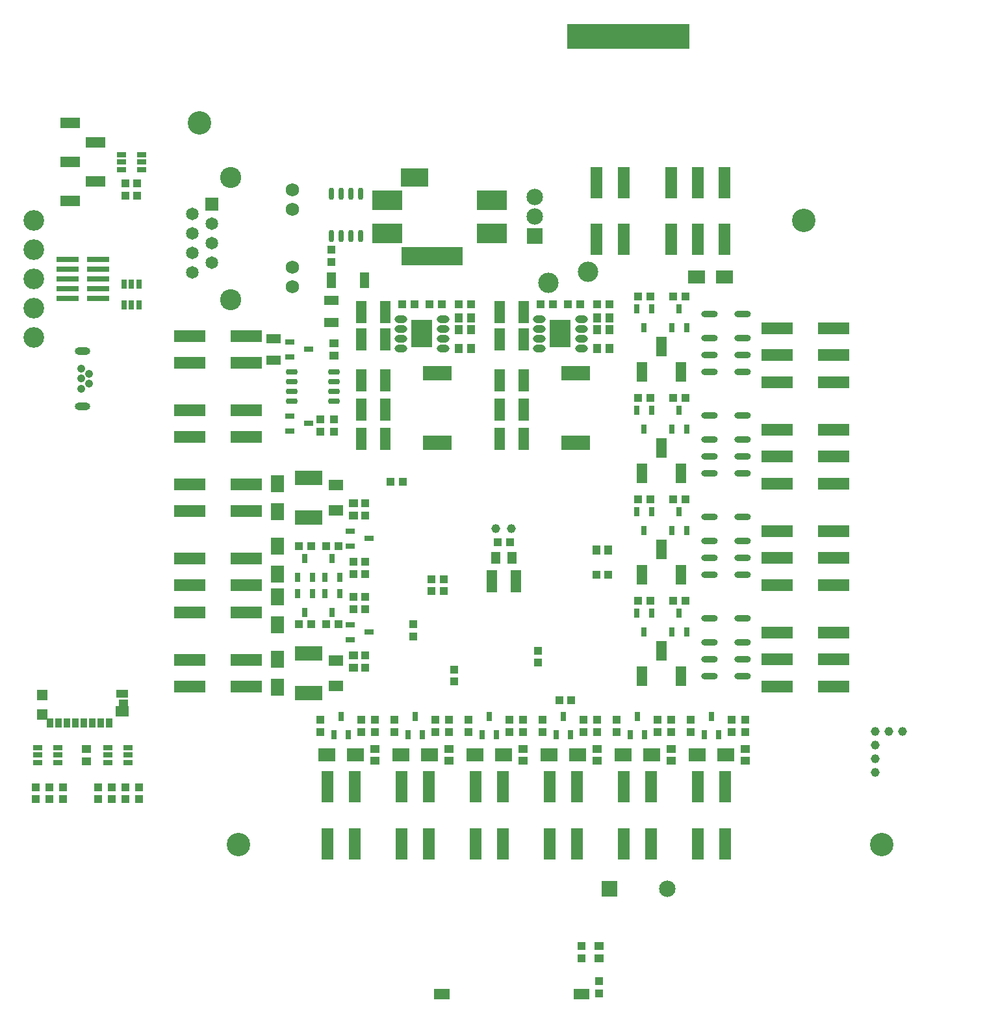
<source format=gbs>
G04*
G04 #@! TF.GenerationSoftware,Altium Limited,Altium Designer,22.9.1 (49)*
G04*
G04 Layer_Color=16711935*
%FSLAX25Y25*%
%MOIN*%
G70*
G04*
G04 #@! TF.SameCoordinates,BD774D37-2A64-432E-85FC-E47F3F74055D*
G04*
G04*
G04 #@! TF.FilePolarity,Negative*
G04*
G01*
G75*
%ADD44R,0.62500X0.12500*%
%ADD45R,0.05521X0.11624*%
%ADD46R,0.04340X0.03947*%
%ADD48R,0.07765X0.05482*%
G04:AMPARAMS|DCode=50|XSize=29.62mil|YSize=63.09mil|CornerRadius=14.81mil|HoleSize=0mil|Usage=FLASHONLY|Rotation=270.000|XOffset=0mil|YOffset=0mil|HoleType=Round|Shape=RoundedRectangle|*
%AMROUNDEDRECTD50*
21,1,0.02962,0.03347,0,0,270.0*
21,1,0.00000,0.06309,0,0,270.0*
1,1,0.02962,-0.01673,0.00000*
1,1,0.02962,-0.01673,0.00000*
1,1,0.02962,0.01673,0.00000*
1,1,0.02962,0.01673,0.00000*
%
%ADD50ROUNDEDRECTD50*%
%ADD51C,0.12000*%
%ADD52C,0.04537*%
%ADD53R,0.04537X0.04439*%
%ADD55R,0.04439X0.04537*%
%ADD64R,0.03947X0.04340*%
%ADD67R,0.04537X0.02962*%
%ADD68R,0.02962X0.04537*%
%ADD79R,0.07293X0.04734*%
%ADD80C,0.10443*%
%ADD81C,0.06899*%
%ADD82R,0.06506X0.06506*%
%ADD83C,0.06506*%
%ADD84C,0.00600*%
%ADD85C,0.10836*%
%ADD86O,0.07883X0.03947*%
%ADD87C,0.04143*%
%ADD88C,0.08474*%
%ADD89R,0.08474X0.08474*%
%ADD90C,0.10600*%
%ADD141R,0.08474X0.05718*%
%ADD142R,0.06312X0.04343*%
%ADD143R,0.04737X0.03556*%
%ADD144R,0.03556X0.04737*%
%ADD145R,0.05328X0.05524*%
%ADD146R,0.06509X0.05524*%
%ADD147R,0.10887X0.14387*%
G04:AMPARAMS|DCode=148|XSize=37.58mil|YSize=65.25mil|CornerRadius=18.79mil|HoleSize=0mil|Usage=FLASHONLY|Rotation=270.000|XOffset=0mil|YOffset=0mil|HoleType=Round|Shape=RoundedRectangle|*
%AMROUNDEDRECTD148*
21,1,0.03758,0.02768,0,0,270.0*
21,1,0.00000,0.06525,0,0,270.0*
1,1,0.03758,-0.01384,0.00000*
1,1,0.03758,-0.01384,0.00000*
1,1,0.03758,0.01384,0.00000*
1,1,0.03758,0.01384,0.00000*
%
%ADD148ROUNDEDRECTD148*%
G04:AMPARAMS|DCode=149|XSize=29.62mil|YSize=63.09mil|CornerRadius=14.81mil|HoleSize=0mil|Usage=FLASHONLY|Rotation=0.000|XOffset=0mil|YOffset=0mil|HoleType=Round|Shape=RoundedRectangle|*
%AMROUNDEDRECTD149*
21,1,0.02962,0.03347,0,0,0.0*
21,1,0.00000,0.06309,0,0,0.0*
1,1,0.02962,0.00000,-0.01673*
1,1,0.02962,0.00000,-0.01673*
1,1,0.02962,0.00000,0.01673*
1,1,0.02962,0.00000,0.01673*
%
%ADD149ROUNDEDRECTD149*%
%ADD150R,0.06112X0.16348*%
%ADD151R,0.16348X0.06112*%
%ADD152R,0.08868X0.06899*%
%ADD153R,0.11506X0.03159*%
%ADD154R,0.14773X0.07687*%
%ADD155R,0.06899X0.08868*%
%ADD156R,0.14379X0.07608*%
%ADD157R,0.05324X0.10482*%
%ADD158R,0.04931X0.06112*%
G04:AMPARAMS|DCode=159|XSize=33.56mil|YSize=84.74mil|CornerRadius=16.78mil|HoleSize=0mil|Usage=FLASHONLY|Rotation=270.000|XOffset=0mil|YOffset=0mil|HoleType=Round|Shape=RoundedRectangle|*
%AMROUNDEDRECTD159*
21,1,0.03356,0.05118,0,0,270.0*
21,1,0.00000,0.08474,0,0,270.0*
1,1,0.03356,-0.02559,0.00000*
1,1,0.03356,-0.02559,0.00000*
1,1,0.03356,0.02559,0.00000*
1,1,0.03356,0.02559,0.00000*
%
%ADD159ROUNDEDRECTD159*%
%ADD160R,0.04931X0.08277*%
%ADD161R,0.15561X0.10443*%
%ADD162R,0.13986X0.09655*%
%ADD163R,0.31702X0.09655*%
%ADD164R,0.10482X0.05324*%
D44*
X59944Y244544D02*
D03*
D45*
X6004Y89000D02*
D03*
X-6004D02*
D03*
Y103000D02*
D03*
X6004D02*
D03*
X-64996D02*
D03*
X-77004D02*
D03*
X-64996Y89000D02*
D03*
X-77004D02*
D03*
Y68000D02*
D03*
X-64996D02*
D03*
X-77004Y53000D02*
D03*
X-64996D02*
D03*
X-77004Y38000D02*
D03*
X-64996D02*
D03*
X6004Y68000D02*
D03*
X-6004D02*
D03*
X6004Y53000D02*
D03*
X-6004D02*
D03*
X6004Y38000D02*
D03*
X-6004D02*
D03*
X2004Y-35000D02*
D03*
X-10004D02*
D03*
D46*
X-191000Y-146551D02*
D03*
Y-140449D02*
D03*
X-198000D02*
D03*
Y-146551D02*
D03*
X-205000Y-140449D02*
D03*
Y-146551D02*
D03*
X-212000D02*
D03*
Y-140449D02*
D03*
X-230000Y-146551D02*
D03*
Y-140449D02*
D03*
X-237000Y-146551D02*
D03*
Y-140449D02*
D03*
X-244000Y-146551D02*
D03*
Y-140449D02*
D03*
X-81000Y-31051D02*
D03*
Y-24949D02*
D03*
X-75000Y-31051D02*
D03*
Y-24949D02*
D03*
X-81000Y-42949D02*
D03*
Y-49051D02*
D03*
X-75000Y-42949D02*
D03*
Y-49051D02*
D03*
Y-72949D02*
D03*
Y-79051D02*
D03*
X-98000Y-112051D02*
D03*
Y-105949D02*
D03*
X-77000Y-112051D02*
D03*
Y-105949D02*
D03*
X-70000Y-112051D02*
D03*
Y-105949D02*
D03*
X-60000Y-112051D02*
D03*
Y-105949D02*
D03*
X-39000Y-112051D02*
D03*
Y-105949D02*
D03*
X-32000Y-112051D02*
D03*
Y-105949D02*
D03*
X-22000Y-112051D02*
D03*
Y-105949D02*
D03*
X-1000Y-112051D02*
D03*
Y-105949D02*
D03*
X6000Y-112051D02*
D03*
Y-105949D02*
D03*
X16000Y-112051D02*
D03*
Y-105949D02*
D03*
X37000Y-112051D02*
D03*
Y-105949D02*
D03*
X44000Y-112051D02*
D03*
Y-105949D02*
D03*
X54000Y-112051D02*
D03*
Y-105949D02*
D03*
X75000Y-112051D02*
D03*
Y-105949D02*
D03*
X82000Y-112051D02*
D03*
Y-105949D02*
D03*
X92000D02*
D03*
Y-112051D02*
D03*
X113000D02*
D03*
Y-105949D02*
D03*
X120000Y-112051D02*
D03*
Y-105949D02*
D03*
X13500Y-70449D02*
D03*
Y-76551D02*
D03*
X-29509Y-86284D02*
D03*
Y-80182D02*
D03*
X-50500Y-56949D02*
D03*
Y-63051D02*
D03*
X-75000Y-1051D02*
D03*
Y5051D02*
D03*
X-98000Y41949D02*
D03*
Y48051D02*
D03*
X-91000Y41949D02*
D03*
Y48051D02*
D03*
X-92500Y135000D02*
D03*
Y128898D02*
D03*
X36000Y-221949D02*
D03*
Y-228051D02*
D03*
X45000Y-239949D02*
D03*
Y-246051D02*
D03*
X-198000Y169051D02*
D03*
Y162949D02*
D03*
X-192000Y169051D02*
D03*
Y162949D02*
D03*
D48*
X-90000Y1583D02*
D03*
Y14417D02*
D03*
Y-75583D02*
D03*
Y-88417D02*
D03*
D50*
X-91272Y72500D02*
D03*
Y67500D02*
D03*
Y62500D02*
D03*
Y57500D02*
D03*
X-112728Y72500D02*
D03*
Y67500D02*
D03*
Y62500D02*
D03*
Y57500D02*
D03*
D51*
X190000Y-170000D02*
D03*
X-140000D02*
D03*
X-160000Y200000D02*
D03*
X150000Y150000D02*
D03*
D52*
X-8000Y-8000D02*
D03*
X186414Y-111746D02*
D03*
Y-118746D02*
D03*
X193414Y-111746D02*
D03*
X200414D02*
D03*
X186414Y-125746D02*
D03*
Y-132746D02*
D03*
X0Y-8000D02*
D03*
D53*
X-81000Y-72900D02*
D03*
Y-79100D02*
D03*
X-70000Y-127000D02*
D03*
Y-120800D02*
D03*
X-32000Y-127000D02*
D03*
Y-120800D02*
D03*
X6000Y-127000D02*
D03*
Y-120800D02*
D03*
X44000Y-127000D02*
D03*
Y-120800D02*
D03*
X82000Y-127000D02*
D03*
Y-120800D02*
D03*
X120000Y-127000D02*
D03*
Y-120800D02*
D03*
X-81000Y-1100D02*
D03*
Y5100D02*
D03*
X-91000Y80900D02*
D03*
Y87100D02*
D03*
X45000Y-228100D02*
D03*
Y-221900D02*
D03*
X-218000Y-120900D02*
D03*
Y-127100D02*
D03*
D55*
X43900Y100000D02*
D03*
X50100D02*
D03*
X43900Y94000D02*
D03*
X50100D02*
D03*
X-20900D02*
D03*
X-27100D02*
D03*
X43900Y84500D02*
D03*
X50100D02*
D03*
X-27100D02*
D03*
X-20900D02*
D03*
Y100000D02*
D03*
X-27100D02*
D03*
X49600Y-19000D02*
D03*
X43400D02*
D03*
D64*
X21051Y107000D02*
D03*
X14949D02*
D03*
X35051D02*
D03*
X28949D02*
D03*
X43949D02*
D03*
X50051D02*
D03*
X-20949D02*
D03*
X-27051D02*
D03*
X-42051D02*
D03*
X-35949D02*
D03*
X-56051D02*
D03*
X-49949D02*
D03*
X-109051Y-17000D02*
D03*
X-102949D02*
D03*
X-88949D02*
D03*
X-95051D02*
D03*
X-102949Y-57000D02*
D03*
X-109051D02*
D03*
X-88949D02*
D03*
X-95051D02*
D03*
X71051Y111000D02*
D03*
X64949D02*
D03*
X82949D02*
D03*
X89051D02*
D03*
X71051Y59000D02*
D03*
X64949D02*
D03*
X89051D02*
D03*
X82949D02*
D03*
X71051Y7000D02*
D03*
X64949D02*
D03*
X89051D02*
D03*
X82949D02*
D03*
X71051Y-45000D02*
D03*
X64949D02*
D03*
X82949D02*
D03*
X89051D02*
D03*
X-7051Y-15000D02*
D03*
X-949D02*
D03*
X43449Y-31500D02*
D03*
X49551D02*
D03*
X30551Y-96000D02*
D03*
X24449D02*
D03*
X-34949Y-34000D02*
D03*
X-41051D02*
D03*
Y-40000D02*
D03*
X-34949D02*
D03*
X-55949Y16000D02*
D03*
X-62051D02*
D03*
D67*
X-82724Y-16740D02*
D03*
Y-9260D02*
D03*
X-73276Y-13000D02*
D03*
X-82724Y-64740D02*
D03*
Y-57260D02*
D03*
X-73276Y-61000D02*
D03*
X-104276Y46000D02*
D03*
X-113724Y49740D02*
D03*
Y42260D02*
D03*
X-104276Y84000D02*
D03*
X-113724Y87740D02*
D03*
Y80260D02*
D03*
X-207315Y-120260D02*
D03*
Y-124000D02*
D03*
Y-127740D02*
D03*
X-196685D02*
D03*
Y-124000D02*
D03*
Y-120260D02*
D03*
X-243315D02*
D03*
Y-124000D02*
D03*
Y-127740D02*
D03*
X-232685D02*
D03*
Y-124000D02*
D03*
Y-120260D02*
D03*
X-200315Y183740D02*
D03*
X-189685D02*
D03*
Y180000D02*
D03*
Y176260D02*
D03*
X-200315D02*
D03*
Y180000D02*
D03*
D68*
X-109740Y-41276D02*
D03*
X-102260D02*
D03*
X-106000Y-50724D02*
D03*
X-102260Y-32724D02*
D03*
X-109740D02*
D03*
X-106000Y-23276D02*
D03*
X-95740Y-32724D02*
D03*
X-92000Y-23276D02*
D03*
X-88260Y-32724D02*
D03*
X-88260Y-41276D02*
D03*
X-92000Y-50724D02*
D03*
X-95740Y-41276D02*
D03*
X30240Y-113624D02*
D03*
X22760D02*
D03*
X26500Y-104176D02*
D03*
X-83760Y-113624D02*
D03*
X-91240D02*
D03*
X-87500Y-104176D02*
D03*
X-45760Y-113624D02*
D03*
X-53240D02*
D03*
X-49500Y-104176D02*
D03*
X-7760Y-113624D02*
D03*
X-15240D02*
D03*
X-11500Y-104176D02*
D03*
X60760Y-113624D02*
D03*
X64500Y-104176D02*
D03*
X68240Y-113624D02*
D03*
X98760D02*
D03*
X102500Y-104176D02*
D03*
X106240Y-113624D02*
D03*
X68000Y95276D02*
D03*
X71740Y104724D02*
D03*
X64260D02*
D03*
X89740Y95276D02*
D03*
X86000Y104724D02*
D03*
X82260Y95276D02*
D03*
X64260Y52724D02*
D03*
X71740D02*
D03*
X68000Y43276D02*
D03*
X82260D02*
D03*
X86000Y52724D02*
D03*
X89740Y43276D02*
D03*
X64260Y724D02*
D03*
X71740D02*
D03*
X68000Y-8724D02*
D03*
X89740D02*
D03*
X82260D02*
D03*
X86000Y724D02*
D03*
X64260Y-51276D02*
D03*
X71740D02*
D03*
X68000Y-60724D02*
D03*
X89740D02*
D03*
X82260D02*
D03*
X86000Y-51276D02*
D03*
X-198740Y106685D02*
D03*
X-195000D02*
D03*
X-191260D02*
D03*
Y117315D02*
D03*
X-195000D02*
D03*
X-198740D02*
D03*
D79*
X-122000Y78390D02*
D03*
Y89610D02*
D03*
X-92500Y109000D02*
D03*
Y97780D02*
D03*
D80*
X39039Y123756D02*
D03*
X18961Y118244D02*
D03*
D81*
X-112500Y126000D02*
D03*
Y165800D02*
D03*
Y116000D02*
D03*
Y155800D02*
D03*
D82*
X-153700Y158400D02*
D03*
D83*
X-163700Y153400D02*
D03*
X-153700Y148400D02*
D03*
X-163700Y143400D02*
D03*
X-153700Y138400D02*
D03*
X-163700Y133400D02*
D03*
X-153700Y128400D02*
D03*
X-163700Y123400D02*
D03*
D84*
X-128700Y163400D02*
D03*
Y118400D02*
D03*
X-237200Y234900D02*
D03*
X237200D02*
D03*
Y-234900D02*
D03*
X-237200D02*
D03*
D85*
X-144000Y172200D02*
D03*
Y109600D02*
D03*
D86*
X-220000Y83075D02*
D03*
Y54925D02*
D03*
D87*
X-220866Y74118D02*
D03*
X-216929Y71559D02*
D03*
X-220866Y69000D02*
D03*
X-216929Y66441D02*
D03*
X-220866Y63882D02*
D03*
D88*
X12000Y162000D02*
D03*
Y152000D02*
D03*
X79961Y-192400D02*
D03*
D89*
X12000Y142000D02*
D03*
X50039Y-192400D02*
D03*
D90*
X-245000Y90000D02*
D03*
Y105000D02*
D03*
Y120000D02*
D03*
Y135000D02*
D03*
Y150000D02*
D03*
D141*
X35826Y-246500D02*
D03*
X-35827D02*
D03*
D142*
X-199872Y-92539D02*
D03*
D143*
X-199085Y-97067D02*
D03*
D144*
X-206368Y-107461D02*
D03*
X-210699D02*
D03*
X-215030D02*
D03*
X-219360D02*
D03*
X-223691D02*
D03*
X-228022D02*
D03*
X-232352D02*
D03*
X-236683D02*
D03*
D145*
X-240915Y-103327D02*
D03*
Y-93130D02*
D03*
D146*
X-199970Y-101594D02*
D03*
D147*
X-46000Y92000D02*
D03*
X25000D02*
D03*
D148*
X-35272Y99500D02*
D03*
Y94500D02*
D03*
Y89500D02*
D03*
Y84500D02*
D03*
X-56728Y99500D02*
D03*
Y94500D02*
D03*
Y89500D02*
D03*
Y84500D02*
D03*
X14272D02*
D03*
Y89500D02*
D03*
Y94500D02*
D03*
Y99500D02*
D03*
X35728Y84500D02*
D03*
Y89500D02*
D03*
Y94500D02*
D03*
Y99500D02*
D03*
D149*
X-92500Y163728D02*
D03*
X-87500D02*
D03*
X-82500D02*
D03*
X-77500D02*
D03*
X-92500Y142272D02*
D03*
X-87500D02*
D03*
X-82500D02*
D03*
X-77500D02*
D03*
D150*
X109280Y169467D02*
D03*
Y140333D02*
D03*
X81721Y169467D02*
D03*
Y140333D02*
D03*
X95500Y169467D02*
D03*
Y140333D02*
D03*
X43610Y140333D02*
D03*
Y169467D02*
D03*
X57390Y140333D02*
D03*
Y169467D02*
D03*
X95610Y-169467D02*
D03*
Y-140333D02*
D03*
X109390Y-169467D02*
D03*
Y-140333D02*
D03*
X71390D02*
D03*
Y-169467D02*
D03*
X57610Y-140333D02*
D03*
Y-169467D02*
D03*
X19610D02*
D03*
Y-140333D02*
D03*
X33390Y-169467D02*
D03*
Y-140333D02*
D03*
X-4610D02*
D03*
Y-169467D02*
D03*
X-18390Y-140333D02*
D03*
Y-169467D02*
D03*
X-56390D02*
D03*
Y-140333D02*
D03*
X-42610Y-169467D02*
D03*
Y-140333D02*
D03*
X-80610D02*
D03*
Y-169467D02*
D03*
X-94390Y-140333D02*
D03*
Y-169467D02*
D03*
D151*
X-136133Y-37000D02*
D03*
X-165267D02*
D03*
X-136133Y-50779D02*
D03*
X-165267D02*
D03*
X-136133Y-23221D02*
D03*
X-165267D02*
D03*
X165267Y67220D02*
D03*
X136133D02*
D03*
X165267Y94779D02*
D03*
X136133D02*
D03*
X165267Y81000D02*
D03*
X136133D02*
D03*
Y29000D02*
D03*
X165267D02*
D03*
X136133Y42779D02*
D03*
X165267D02*
D03*
X136133Y15221D02*
D03*
X165267D02*
D03*
Y-36779D02*
D03*
X136133D02*
D03*
X165267Y-9221D02*
D03*
X136133D02*
D03*
X165267Y-23000D02*
D03*
X136133D02*
D03*
Y-75000D02*
D03*
X165267D02*
D03*
X136133Y-61221D02*
D03*
X165267D02*
D03*
X136133Y-88779D02*
D03*
X165267D02*
D03*
X-165267Y52890D02*
D03*
X-136133D02*
D03*
X-165267Y39110D02*
D03*
X-136133D02*
D03*
Y1110D02*
D03*
X-165267D02*
D03*
X-136133Y14890D02*
D03*
X-165267D02*
D03*
Y90890D02*
D03*
X-136133D02*
D03*
X-165267Y77110D02*
D03*
X-136133D02*
D03*
Y-88890D02*
D03*
X-165267D02*
D03*
X-136133Y-75110D02*
D03*
X-165267D02*
D03*
D152*
X109185Y121000D02*
D03*
X94815D02*
D03*
X19315Y-123900D02*
D03*
X33685D02*
D03*
X-94685D02*
D03*
X-80315D02*
D03*
X-56685D02*
D03*
X-42315D02*
D03*
X-18685D02*
D03*
X-4315D02*
D03*
X57315D02*
D03*
X71685D02*
D03*
X95315D02*
D03*
X109685D02*
D03*
D153*
X-227933Y110000D02*
D03*
X-212067Y115000D02*
D03*
X-227933D02*
D03*
X-212067Y120000D02*
D03*
X-227933D02*
D03*
X-212067Y125000D02*
D03*
X-227933D02*
D03*
X-212067Y110000D02*
D03*
X-227933Y130000D02*
D03*
X-212067D02*
D03*
D154*
X-38000Y71716D02*
D03*
Y36283D02*
D03*
X33000Y71716D02*
D03*
Y36283D02*
D03*
D155*
X-120000Y-16815D02*
D03*
Y-31185D02*
D03*
Y-57185D02*
D03*
Y-42815D02*
D03*
Y-89185D02*
D03*
Y-74815D02*
D03*
Y815D02*
D03*
Y15185D02*
D03*
D156*
X-104000Y-71705D02*
D03*
Y-92295D02*
D03*
Y-2295D02*
D03*
Y18295D02*
D03*
D157*
X87000Y72484D02*
D03*
X77000Y85516D02*
D03*
X67000Y72484D02*
D03*
Y20484D02*
D03*
X77000Y33516D02*
D03*
X87000Y20484D02*
D03*
X67000Y-31516D02*
D03*
X77000Y-18484D02*
D03*
X87000Y-31516D02*
D03*
Y-83516D02*
D03*
X77000Y-70484D02*
D03*
X67000Y-83516D02*
D03*
D158*
X-8134Y-23000D02*
D03*
X134D02*
D03*
D159*
X101339Y-66338D02*
D03*
Y-74999D02*
D03*
Y-83661D02*
D03*
X118661D02*
D03*
Y-74999D02*
D03*
Y-66338D02*
D03*
Y-53739D02*
D03*
X101339D02*
D03*
Y-14338D02*
D03*
Y-22999D02*
D03*
Y-31661D02*
D03*
X118661D02*
D03*
Y-22999D02*
D03*
Y-14338D02*
D03*
Y-1739D02*
D03*
X101339D02*
D03*
Y37662D02*
D03*
Y29001D02*
D03*
Y20339D02*
D03*
X118661D02*
D03*
Y29001D02*
D03*
Y37662D02*
D03*
Y50261D02*
D03*
X101339D02*
D03*
Y89662D02*
D03*
Y81001D02*
D03*
Y72339D02*
D03*
X118661D02*
D03*
Y81001D02*
D03*
Y89662D02*
D03*
Y102261D02*
D03*
X101339D02*
D03*
D160*
X-92500Y119360D02*
D03*
X-75571D02*
D03*
D161*
X-10031Y143535D02*
D03*
Y160465D02*
D03*
X-63968D02*
D03*
Y143535D02*
D03*
D162*
X-49795Y172276D02*
D03*
D163*
X-40937Y131724D02*
D03*
D164*
X-213484Y170000D02*
D03*
X-226516Y160000D02*
D03*
Y180000D02*
D03*
X-213484Y190000D02*
D03*
X-226516Y200000D02*
D03*
M02*

</source>
